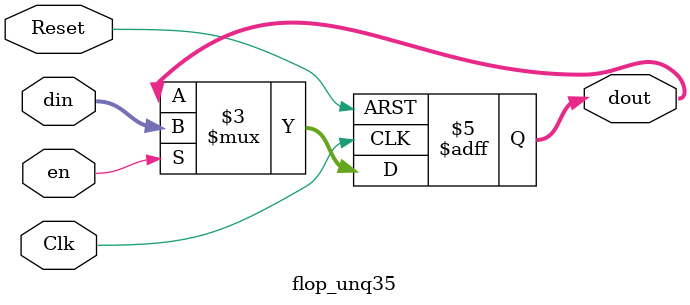
<source format=sv>

/* *****************************************************************************
 * File: flop.vp
 * 
 * Description:
 * Genesis2 flip-flop generator.
 * 
 * Required Genesis2 Controlable Parameters:
 * * Type		- Constant, Flop, RFlop, EFlop, or REFlop
 * * Width		- integer value specifying register width
 * * Default		- default value for the flop 
 *			 (only applies when flop_type=constant|rflop|reflop)
 * * SyncMode		- Sync or ASync flop * Change bar:
 * 
 * 
 * -----------
 * Date          Author   Description
 * Mar 30, 2010  shacham  init version  --  
 * May 20, 2014  jingpu   Add Async mode, change to active low reset
 * 
 * ****************************************************************************/


/*******************************************************************************
 * REQUIRED PARAMETERIZATION
 ******************************************************************************/
// Type (_GENESIS2_INHERITANCE_PRIORITY_) = REFlop
//
// Default (_GENESIS2_INHERITANCE_PRIORITY_) = 27
//
// Width (_GENESIS2_INHERITANCE_PRIORITY_) = 8
//
// SyncMode (_GENESIS2_DECLARATION_PRIORITY_) = ASync
//

module flop_unq35(
	       //inputs
	       input wire logic 		   Clk,
	       input wire logic [7:0]  din,
	       input wire logic 		   Reset,
	       input wire logic 		   en,

	       //outputs
	       output logic [7:0] dout
	       );


   /* synopsys dc_tcl_script_begin
    set_dont_retime [current_design] true
    set_optimize_registers false -design [current_design]
    */
   


   
   always_ff @(posedge Clk or negedge Reset) begin
      if (!Reset) 
	dout <= 8'h1b;
      else if (en)
	dout <= din;
   end

endmodule : flop_unq35

</source>
